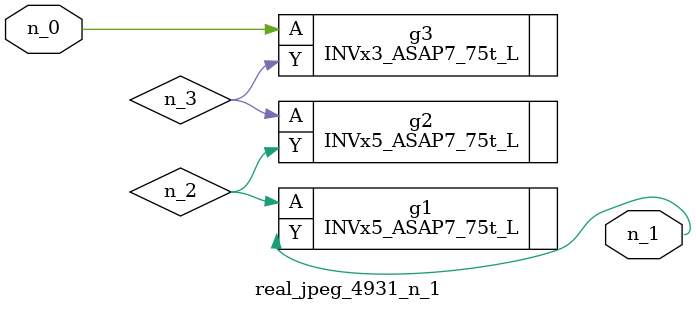
<source format=v>
module real_jpeg_4931_n_1 (n_0, n_1);

input n_0;

output n_1;

wire n_3;
wire n_2;

INVx3_ASAP7_75t_L g3 ( 
.A(n_0),
.Y(n_3)
);

INVx5_ASAP7_75t_L g1 ( 
.A(n_2),
.Y(n_1)
);

INVx5_ASAP7_75t_L g2 ( 
.A(n_3),
.Y(n_2)
);


endmodule
</source>
